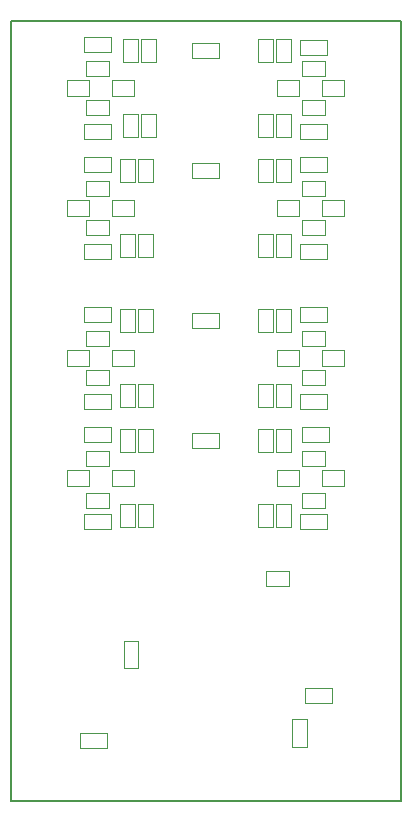
<source format=gbr>
%TF.GenerationSoftware,KiCad,Pcbnew,4.0.2-stable*%
%TF.CreationDate,2021-11-10T19:01:32-08:00*%
%TF.ProjectId,ADC,4144432E6B696361645F706362000000,rev?*%
%TF.FileFunction,Other,User*%
%FSLAX46Y46*%
G04 Gerber Fmt 4.6, Leading zero omitted, Abs format (unit mm)*
G04 Created by KiCad (PCBNEW 4.0.2-stable) date 11/10/2021 7:01:32 PM*
%MOMM*%
G01*
G04 APERTURE LIST*
%ADD10C,0.100000*%
%ADD11C,0.150000*%
%ADD12C,0.050000*%
G04 APERTURE END LIST*
D10*
D11*
X106680000Y-119380000D02*
X106680000Y-53340000D01*
X139700000Y-119380000D02*
X106680000Y-119380000D01*
X139700000Y-53340000D02*
X139700000Y-119380000D01*
X106680000Y-53340000D02*
X139700000Y-53340000D01*
D12*
X133284000Y-94630000D02*
X131384000Y-94630000D01*
X133284000Y-93330000D02*
X131384000Y-93330000D01*
X133284000Y-94630000D02*
X133284000Y-93330000D01*
X131384000Y-94630000D02*
X131384000Y-93330000D01*
X118760000Y-84140000D02*
X118760000Y-86040000D01*
X117460000Y-84140000D02*
X117460000Y-86040000D01*
X118760000Y-84140000D02*
X117460000Y-84140000D01*
X118760000Y-86040000D02*
X117460000Y-86040000D01*
X129144000Y-63180000D02*
X129144000Y-61280000D01*
X130444000Y-63180000D02*
X130444000Y-61280000D01*
X129144000Y-63180000D02*
X130444000Y-63180000D01*
X129144000Y-61280000D02*
X130444000Y-61280000D01*
X118760000Y-94300000D02*
X118760000Y-96200000D01*
X117460000Y-94300000D02*
X117460000Y-96200000D01*
X118760000Y-94300000D02*
X117460000Y-94300000D01*
X118760000Y-96200000D02*
X117460000Y-96200000D01*
X113096000Y-93330000D02*
X114996000Y-93330000D01*
X113096000Y-94630000D02*
X114996000Y-94630000D01*
X113096000Y-93330000D02*
X113096000Y-94630000D01*
X114996000Y-93330000D02*
X114996000Y-94630000D01*
X131565000Y-109890000D02*
X133865000Y-109890000D01*
X131565000Y-111090000D02*
X133865000Y-111090000D01*
X131565000Y-109890000D02*
X131565000Y-111090000D01*
X133865000Y-109890000D02*
X133865000Y-111090000D01*
X114815000Y-114900000D02*
X112515000Y-114900000D01*
X114815000Y-113700000D02*
X112515000Y-113700000D01*
X114815000Y-114900000D02*
X114815000Y-113700000D01*
X112515000Y-114900000D02*
X112515000Y-113700000D01*
X122040000Y-55280000D02*
X124340000Y-55280000D01*
X122040000Y-56480000D02*
X124340000Y-56480000D01*
X122040000Y-55280000D02*
X122040000Y-56480000D01*
X124340000Y-55280000D02*
X124340000Y-56480000D01*
X115196000Y-55972000D02*
X112896000Y-55972000D01*
X115196000Y-54772000D02*
X112896000Y-54772000D01*
X115196000Y-55972000D02*
X115196000Y-54772000D01*
X112896000Y-55972000D02*
X112896000Y-54772000D01*
X131184000Y-62138000D02*
X133484000Y-62138000D01*
X131184000Y-63338000D02*
X133484000Y-63338000D01*
X131184000Y-62138000D02*
X131184000Y-63338000D01*
X133484000Y-62138000D02*
X133484000Y-63338000D01*
X131184000Y-55026000D02*
X133484000Y-55026000D01*
X131184000Y-56226000D02*
X133484000Y-56226000D01*
X131184000Y-55026000D02*
X131184000Y-56226000D01*
X133484000Y-55026000D02*
X133484000Y-56226000D01*
X122040000Y-65440000D02*
X124340000Y-65440000D01*
X122040000Y-66640000D02*
X124340000Y-66640000D01*
X122040000Y-65440000D02*
X122040000Y-66640000D01*
X124340000Y-65440000D02*
X124340000Y-66640000D01*
X115196000Y-66132000D02*
X112896000Y-66132000D01*
X115196000Y-64932000D02*
X112896000Y-64932000D01*
X115196000Y-66132000D02*
X115196000Y-64932000D01*
X112896000Y-66132000D02*
X112896000Y-64932000D01*
X115196000Y-73498000D02*
X112896000Y-73498000D01*
X115196000Y-72298000D02*
X112896000Y-72298000D01*
X115196000Y-73498000D02*
X115196000Y-72298000D01*
X112896000Y-73498000D02*
X112896000Y-72298000D01*
X131184000Y-72298000D02*
X133484000Y-72298000D01*
X131184000Y-73498000D02*
X133484000Y-73498000D01*
X131184000Y-72298000D02*
X131184000Y-73498000D01*
X133484000Y-72298000D02*
X133484000Y-73498000D01*
X131184000Y-64932000D02*
X133484000Y-64932000D01*
X131184000Y-66132000D02*
X133484000Y-66132000D01*
X131184000Y-64932000D02*
X131184000Y-66132000D01*
X133484000Y-64932000D02*
X133484000Y-66132000D01*
X122040000Y-78140000D02*
X124340000Y-78140000D01*
X122040000Y-79340000D02*
X124340000Y-79340000D01*
X122040000Y-78140000D02*
X122040000Y-79340000D01*
X124340000Y-78140000D02*
X124340000Y-79340000D01*
X115196000Y-78832000D02*
X112896000Y-78832000D01*
X115196000Y-77632000D02*
X112896000Y-77632000D01*
X115196000Y-78832000D02*
X115196000Y-77632000D01*
X112896000Y-78832000D02*
X112896000Y-77632000D01*
X115196000Y-86198000D02*
X112896000Y-86198000D01*
X115196000Y-84998000D02*
X112896000Y-84998000D01*
X115196000Y-86198000D02*
X115196000Y-84998000D01*
X112896000Y-86198000D02*
X112896000Y-84998000D01*
X131184000Y-84998000D02*
X133484000Y-84998000D01*
X131184000Y-86198000D02*
X133484000Y-86198000D01*
X131184000Y-84998000D02*
X131184000Y-86198000D01*
X133484000Y-84998000D02*
X133484000Y-86198000D01*
X131184000Y-77632000D02*
X133484000Y-77632000D01*
X131184000Y-78832000D02*
X133484000Y-78832000D01*
X131184000Y-77632000D02*
X131184000Y-78832000D01*
X133484000Y-77632000D02*
X133484000Y-78832000D01*
X122040000Y-88300000D02*
X124340000Y-88300000D01*
X122040000Y-89500000D02*
X124340000Y-89500000D01*
X122040000Y-88300000D02*
X122040000Y-89500000D01*
X124340000Y-88300000D02*
X124340000Y-89500000D01*
X115196000Y-88992000D02*
X112896000Y-88992000D01*
X115196000Y-87792000D02*
X112896000Y-87792000D01*
X115196000Y-88992000D02*
X115196000Y-87792000D01*
X112896000Y-88992000D02*
X112896000Y-87792000D01*
X115196000Y-96358000D02*
X112896000Y-96358000D01*
X115196000Y-95158000D02*
X112896000Y-95158000D01*
X115196000Y-96358000D02*
X115196000Y-95158000D01*
X112896000Y-96358000D02*
X112896000Y-95158000D01*
X131184000Y-95158000D02*
X133484000Y-95158000D01*
X131184000Y-96358000D02*
X133484000Y-96358000D01*
X131184000Y-95158000D02*
X131184000Y-96358000D01*
X133484000Y-95158000D02*
X133484000Y-96358000D01*
X130236000Y-101234000D02*
X128336000Y-101234000D01*
X130236000Y-99934000D02*
X128336000Y-99934000D01*
X130236000Y-101234000D02*
X130236000Y-99934000D01*
X128336000Y-101234000D02*
X128336000Y-99934000D01*
X113345000Y-59705000D02*
X111445000Y-59705000D01*
X113345000Y-58405000D02*
X111445000Y-58405000D01*
X113345000Y-59705000D02*
X113345000Y-58405000D01*
X111445000Y-59705000D02*
X111445000Y-58405000D01*
X114996000Y-58054000D02*
X113096000Y-58054000D01*
X114996000Y-56754000D02*
X113096000Y-56754000D01*
X114996000Y-58054000D02*
X114996000Y-56754000D01*
X113096000Y-58054000D02*
X113096000Y-56754000D01*
X117714000Y-56830000D02*
X117714000Y-54930000D01*
X119014000Y-56830000D02*
X119014000Y-54930000D01*
X117714000Y-56830000D02*
X119014000Y-56830000D01*
X117714000Y-54930000D02*
X119014000Y-54930000D01*
X117490000Y-54930000D02*
X117490000Y-56830000D01*
X116190000Y-54930000D02*
X116190000Y-56830000D01*
X117490000Y-54930000D02*
X116190000Y-54930000D01*
X117490000Y-56830000D02*
X116190000Y-56830000D01*
X117155000Y-59705000D02*
X115255000Y-59705000D01*
X117155000Y-58405000D02*
X115255000Y-58405000D01*
X117155000Y-59705000D02*
X117155000Y-58405000D01*
X115255000Y-59705000D02*
X115255000Y-58405000D01*
X113096000Y-60056000D02*
X114996000Y-60056000D01*
X113096000Y-61356000D02*
X114996000Y-61356000D01*
X113096000Y-60056000D02*
X113096000Y-61356000D01*
X114996000Y-60056000D02*
X114996000Y-61356000D01*
X119014000Y-61280000D02*
X119014000Y-63180000D01*
X117714000Y-61280000D02*
X117714000Y-63180000D01*
X119014000Y-61280000D02*
X117714000Y-61280000D01*
X119014000Y-63180000D02*
X117714000Y-63180000D01*
X116190000Y-63180000D02*
X116190000Y-61280000D01*
X117490000Y-63180000D02*
X117490000Y-61280000D01*
X116190000Y-63180000D02*
X117490000Y-63180000D01*
X116190000Y-61280000D02*
X117490000Y-61280000D01*
X129225000Y-58405000D02*
X131125000Y-58405000D01*
X129225000Y-59705000D02*
X131125000Y-59705000D01*
X129225000Y-58405000D02*
X129225000Y-59705000D01*
X131125000Y-58405000D02*
X131125000Y-59705000D01*
X133284000Y-61356000D02*
X131384000Y-61356000D01*
X133284000Y-60056000D02*
X131384000Y-60056000D01*
X133284000Y-61356000D02*
X133284000Y-60056000D01*
X131384000Y-61356000D02*
X131384000Y-60056000D01*
X128920000Y-61280000D02*
X128920000Y-63180000D01*
X127620000Y-61280000D02*
X127620000Y-63180000D01*
X128920000Y-61280000D02*
X127620000Y-61280000D01*
X128920000Y-63180000D02*
X127620000Y-63180000D01*
X133035000Y-58405000D02*
X134935000Y-58405000D01*
X133035000Y-59705000D02*
X134935000Y-59705000D01*
X133035000Y-58405000D02*
X133035000Y-59705000D01*
X134935000Y-58405000D02*
X134935000Y-59705000D01*
X133284000Y-58054000D02*
X131384000Y-58054000D01*
X133284000Y-56754000D02*
X131384000Y-56754000D01*
X133284000Y-58054000D02*
X133284000Y-56754000D01*
X131384000Y-58054000D02*
X131384000Y-56754000D01*
X127620000Y-56830000D02*
X127620000Y-54930000D01*
X128920000Y-56830000D02*
X128920000Y-54930000D01*
X127620000Y-56830000D02*
X128920000Y-56830000D01*
X127620000Y-54930000D02*
X128920000Y-54930000D01*
X130444000Y-54930000D02*
X130444000Y-56830000D01*
X129144000Y-54930000D02*
X129144000Y-56830000D01*
X130444000Y-54930000D02*
X129144000Y-54930000D01*
X130444000Y-56830000D02*
X129144000Y-56830000D01*
X113345000Y-69865000D02*
X111445000Y-69865000D01*
X113345000Y-68565000D02*
X111445000Y-68565000D01*
X113345000Y-69865000D02*
X113345000Y-68565000D01*
X111445000Y-69865000D02*
X111445000Y-68565000D01*
X114996000Y-68214000D02*
X113096000Y-68214000D01*
X114996000Y-66914000D02*
X113096000Y-66914000D01*
X114996000Y-68214000D02*
X114996000Y-66914000D01*
X113096000Y-68214000D02*
X113096000Y-66914000D01*
X117460000Y-66990000D02*
X117460000Y-65090000D01*
X118760000Y-66990000D02*
X118760000Y-65090000D01*
X117460000Y-66990000D02*
X118760000Y-66990000D01*
X117460000Y-65090000D02*
X118760000Y-65090000D01*
X117236000Y-65090000D02*
X117236000Y-66990000D01*
X115936000Y-65090000D02*
X115936000Y-66990000D01*
X117236000Y-65090000D02*
X115936000Y-65090000D01*
X117236000Y-66990000D02*
X115936000Y-66990000D01*
X117155000Y-69865000D02*
X115255000Y-69865000D01*
X117155000Y-68565000D02*
X115255000Y-68565000D01*
X117155000Y-69865000D02*
X117155000Y-68565000D01*
X115255000Y-69865000D02*
X115255000Y-68565000D01*
X113096000Y-70216000D02*
X114996000Y-70216000D01*
X113096000Y-71516000D02*
X114996000Y-71516000D01*
X113096000Y-70216000D02*
X113096000Y-71516000D01*
X114996000Y-70216000D02*
X114996000Y-71516000D01*
X118760000Y-71440000D02*
X118760000Y-73340000D01*
X117460000Y-71440000D02*
X117460000Y-73340000D01*
X118760000Y-71440000D02*
X117460000Y-71440000D01*
X118760000Y-73340000D02*
X117460000Y-73340000D01*
X115936000Y-73340000D02*
X115936000Y-71440000D01*
X117236000Y-73340000D02*
X117236000Y-71440000D01*
X115936000Y-73340000D02*
X117236000Y-73340000D01*
X115936000Y-71440000D02*
X117236000Y-71440000D01*
X129225000Y-68565000D02*
X131125000Y-68565000D01*
X129225000Y-69865000D02*
X131125000Y-69865000D01*
X129225000Y-68565000D02*
X129225000Y-69865000D01*
X131125000Y-68565000D02*
X131125000Y-69865000D01*
X133284000Y-71516000D02*
X131384000Y-71516000D01*
X133284000Y-70216000D02*
X131384000Y-70216000D01*
X133284000Y-71516000D02*
X133284000Y-70216000D01*
X131384000Y-71516000D02*
X131384000Y-70216000D01*
X128920000Y-71440000D02*
X128920000Y-73340000D01*
X127620000Y-71440000D02*
X127620000Y-73340000D01*
X128920000Y-71440000D02*
X127620000Y-71440000D01*
X128920000Y-73340000D02*
X127620000Y-73340000D01*
X129144000Y-73340000D02*
X129144000Y-71440000D01*
X130444000Y-73340000D02*
X130444000Y-71440000D01*
X129144000Y-73340000D02*
X130444000Y-73340000D01*
X129144000Y-71440000D02*
X130444000Y-71440000D01*
X133035000Y-68565000D02*
X134935000Y-68565000D01*
X133035000Y-69865000D02*
X134935000Y-69865000D01*
X133035000Y-68565000D02*
X133035000Y-69865000D01*
X134935000Y-68565000D02*
X134935000Y-69865000D01*
X133284000Y-68214000D02*
X131384000Y-68214000D01*
X133284000Y-66914000D02*
X131384000Y-66914000D01*
X133284000Y-68214000D02*
X133284000Y-66914000D01*
X131384000Y-68214000D02*
X131384000Y-66914000D01*
X127620000Y-66990000D02*
X127620000Y-65090000D01*
X128920000Y-66990000D02*
X128920000Y-65090000D01*
X127620000Y-66990000D02*
X128920000Y-66990000D01*
X127620000Y-65090000D02*
X128920000Y-65090000D01*
X130444000Y-65090000D02*
X130444000Y-66990000D01*
X129144000Y-65090000D02*
X129144000Y-66990000D01*
X130444000Y-65090000D02*
X129144000Y-65090000D01*
X130444000Y-66990000D02*
X129144000Y-66990000D01*
X113345000Y-82565000D02*
X111445000Y-82565000D01*
X113345000Y-81265000D02*
X111445000Y-81265000D01*
X113345000Y-82565000D02*
X113345000Y-81265000D01*
X111445000Y-82565000D02*
X111445000Y-81265000D01*
X114996000Y-80914000D02*
X113096000Y-80914000D01*
X114996000Y-79614000D02*
X113096000Y-79614000D01*
X114996000Y-80914000D02*
X114996000Y-79614000D01*
X113096000Y-80914000D02*
X113096000Y-79614000D01*
X117460000Y-79690000D02*
X117460000Y-77790000D01*
X118760000Y-79690000D02*
X118760000Y-77790000D01*
X117460000Y-79690000D02*
X118760000Y-79690000D01*
X117460000Y-77790000D02*
X118760000Y-77790000D01*
X117236000Y-77790000D02*
X117236000Y-79690000D01*
X115936000Y-77790000D02*
X115936000Y-79690000D01*
X117236000Y-77790000D02*
X115936000Y-77790000D01*
X117236000Y-79690000D02*
X115936000Y-79690000D01*
X117155000Y-82565000D02*
X115255000Y-82565000D01*
X117155000Y-81265000D02*
X115255000Y-81265000D01*
X117155000Y-82565000D02*
X117155000Y-81265000D01*
X115255000Y-82565000D02*
X115255000Y-81265000D01*
X113096000Y-82916000D02*
X114996000Y-82916000D01*
X113096000Y-84216000D02*
X114996000Y-84216000D01*
X113096000Y-82916000D02*
X113096000Y-84216000D01*
X114996000Y-82916000D02*
X114996000Y-84216000D01*
X115936000Y-86040000D02*
X115936000Y-84140000D01*
X117236000Y-86040000D02*
X117236000Y-84140000D01*
X115936000Y-86040000D02*
X117236000Y-86040000D01*
X115936000Y-84140000D02*
X117236000Y-84140000D01*
X129225000Y-81265000D02*
X131125000Y-81265000D01*
X129225000Y-82565000D02*
X131125000Y-82565000D01*
X129225000Y-81265000D02*
X129225000Y-82565000D01*
X131125000Y-81265000D02*
X131125000Y-82565000D01*
X133284000Y-84216000D02*
X131384000Y-84216000D01*
X133284000Y-82916000D02*
X131384000Y-82916000D01*
X133284000Y-84216000D02*
X133284000Y-82916000D01*
X131384000Y-84216000D02*
X131384000Y-82916000D01*
X128920000Y-84140000D02*
X128920000Y-86040000D01*
X127620000Y-84140000D02*
X127620000Y-86040000D01*
X128920000Y-84140000D02*
X127620000Y-84140000D01*
X128920000Y-86040000D02*
X127620000Y-86040000D01*
X129144000Y-86040000D02*
X129144000Y-84140000D01*
X130444000Y-86040000D02*
X130444000Y-84140000D01*
X129144000Y-86040000D02*
X130444000Y-86040000D01*
X129144000Y-84140000D02*
X130444000Y-84140000D01*
X134935000Y-82565000D02*
X133035000Y-82565000D01*
X134935000Y-81265000D02*
X133035000Y-81265000D01*
X134935000Y-82565000D02*
X134935000Y-81265000D01*
X133035000Y-82565000D02*
X133035000Y-81265000D01*
X133284000Y-80914000D02*
X131384000Y-80914000D01*
X133284000Y-79614000D02*
X131384000Y-79614000D01*
X133284000Y-80914000D02*
X133284000Y-79614000D01*
X131384000Y-80914000D02*
X131384000Y-79614000D01*
X127620000Y-79690000D02*
X127620000Y-77790000D01*
X128920000Y-79690000D02*
X128920000Y-77790000D01*
X127620000Y-79690000D02*
X128920000Y-79690000D01*
X127620000Y-77790000D02*
X128920000Y-77790000D01*
X130444000Y-77790000D02*
X130444000Y-79690000D01*
X129144000Y-77790000D02*
X129144000Y-79690000D01*
X130444000Y-77790000D02*
X129144000Y-77790000D01*
X130444000Y-79690000D02*
X129144000Y-79690000D01*
X113345000Y-92725000D02*
X111445000Y-92725000D01*
X113345000Y-91425000D02*
X111445000Y-91425000D01*
X113345000Y-92725000D02*
X113345000Y-91425000D01*
X111445000Y-92725000D02*
X111445000Y-91425000D01*
X114996000Y-91074000D02*
X113096000Y-91074000D01*
X114996000Y-89774000D02*
X113096000Y-89774000D01*
X114996000Y-91074000D02*
X114996000Y-89774000D01*
X113096000Y-91074000D02*
X113096000Y-89774000D01*
X117460000Y-89850000D02*
X117460000Y-87950000D01*
X118760000Y-89850000D02*
X118760000Y-87950000D01*
X117460000Y-89850000D02*
X118760000Y-89850000D01*
X117460000Y-87950000D02*
X118760000Y-87950000D01*
X117236000Y-87950000D02*
X117236000Y-89850000D01*
X115936000Y-87950000D02*
X115936000Y-89850000D01*
X117236000Y-87950000D02*
X115936000Y-87950000D01*
X117236000Y-89850000D02*
X115936000Y-89850000D01*
X117155000Y-92725000D02*
X115255000Y-92725000D01*
X117155000Y-91425000D02*
X115255000Y-91425000D01*
X117155000Y-92725000D02*
X117155000Y-91425000D01*
X115255000Y-92725000D02*
X115255000Y-91425000D01*
X115936000Y-96200000D02*
X115936000Y-94300000D01*
X117236000Y-96200000D02*
X117236000Y-94300000D01*
X115936000Y-96200000D02*
X117236000Y-96200000D01*
X115936000Y-94300000D02*
X117236000Y-94300000D01*
X129225000Y-91425000D02*
X131125000Y-91425000D01*
X129225000Y-92725000D02*
X131125000Y-92725000D01*
X129225000Y-91425000D02*
X129225000Y-92725000D01*
X131125000Y-91425000D02*
X131125000Y-92725000D01*
X128920000Y-94300000D02*
X128920000Y-96200000D01*
X127620000Y-94300000D02*
X127620000Y-96200000D01*
X128920000Y-94300000D02*
X127620000Y-94300000D01*
X128920000Y-96200000D02*
X127620000Y-96200000D01*
X129144000Y-96200000D02*
X129144000Y-94300000D01*
X130444000Y-96200000D02*
X130444000Y-94300000D01*
X129144000Y-96200000D02*
X130444000Y-96200000D01*
X129144000Y-94300000D02*
X130444000Y-94300000D01*
X134935000Y-92725000D02*
X133035000Y-92725000D01*
X134935000Y-91425000D02*
X133035000Y-91425000D01*
X134935000Y-92725000D02*
X134935000Y-91425000D01*
X133035000Y-92725000D02*
X133035000Y-91425000D01*
X133284000Y-91074000D02*
X131384000Y-91074000D01*
X133284000Y-89774000D02*
X131384000Y-89774000D01*
X133284000Y-91074000D02*
X133284000Y-89774000D01*
X131384000Y-91074000D02*
X131384000Y-89774000D01*
X127620000Y-89850000D02*
X127620000Y-87950000D01*
X128920000Y-89850000D02*
X128920000Y-87950000D01*
X127620000Y-89850000D02*
X128920000Y-89850000D01*
X127620000Y-87950000D02*
X128920000Y-87950000D01*
X130444000Y-87950000D02*
X130444000Y-89850000D01*
X129144000Y-87950000D02*
X129144000Y-89850000D01*
X130444000Y-87950000D02*
X129144000Y-87950000D01*
X130444000Y-89850000D02*
X129144000Y-89850000D01*
X117440000Y-105847500D02*
X117440000Y-108147500D01*
X116240000Y-105847500D02*
X116240000Y-108147500D01*
X117440000Y-105847500D02*
X116240000Y-105847500D01*
X117440000Y-108147500D02*
X116240000Y-108147500D01*
X131727500Y-112515000D02*
X131727500Y-114815000D01*
X130527500Y-112515000D02*
X130527500Y-114815000D01*
X131727500Y-112515000D02*
X130527500Y-112515000D01*
X131727500Y-114815000D02*
X130527500Y-114815000D01*
X131322000Y-87792000D02*
X133622000Y-87792000D01*
X131322000Y-88992000D02*
X133622000Y-88992000D01*
X131322000Y-87792000D02*
X131322000Y-88992000D01*
X133622000Y-87792000D02*
X133622000Y-88992000D01*
X115196000Y-63338000D02*
X112896000Y-63338000D01*
X115196000Y-62138000D02*
X112896000Y-62138000D01*
X115196000Y-63338000D02*
X115196000Y-62138000D01*
X112896000Y-63338000D02*
X112896000Y-62138000D01*
M02*

</source>
